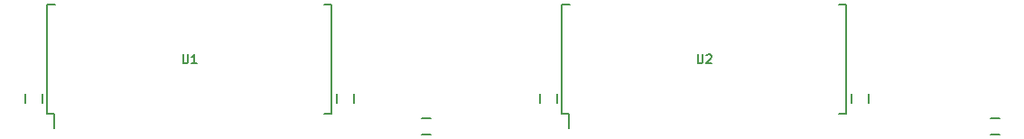
<source format=gto>
G04 #@! TF.GenerationSoftware,KiCad,Pcbnew,(5.1.10-1-10_14)*
G04 #@! TF.CreationDate,2021-06-01T05:34:22-04:00*
G04 #@! TF.ProjectId,MacVRAMSIMM,4d616356-5241-44d5-9349-4d4d2e6b6963,rev?*
G04 #@! TF.SameCoordinates,Original*
G04 #@! TF.FileFunction,Legend,Top*
G04 #@! TF.FilePolarity,Positive*
%FSLAX46Y46*%
G04 Gerber Fmt 4.6, Leading zero omitted, Abs format (unit mm)*
G04 Created by KiCad (PCBNEW (5.1.10-1-10_14)) date 2021-06-01 05:34:22*
%MOMM*%
%LPD*%
G01*
G04 APERTURE LIST*
%ADD10C,0.152400*%
%ADD11C,0.200000*%
%ADD12C,0.203200*%
%ADD13C,0.175000*%
%ADD14C,2.000000*%
%ADD15C,2.150000*%
G04 APERTURE END LIST*
D10*
X164908600Y-121818500D02*
X165721400Y-121818500D01*
X164908600Y-123418500D02*
X165721400Y-123418500D01*
X111568600Y-123418500D02*
X112381400Y-123418500D01*
X111568600Y-121818500D02*
X112381400Y-121818500D01*
D11*
X77104000Y-121477000D02*
X77104000Y-122802000D01*
X103124000Y-121412000D02*
X103124000Y-111187000D01*
X76454000Y-121477000D02*
X76454000Y-111187000D01*
X103124000Y-121477000D02*
X102379000Y-121477000D01*
X103124000Y-111187000D02*
X102379000Y-111187000D01*
X76454000Y-111187000D02*
X77199000Y-111187000D01*
X76454000Y-121477000D02*
X77104000Y-121477000D01*
X124714000Y-121477000D02*
X125364000Y-121477000D01*
X124714000Y-111187000D02*
X125459000Y-111187000D01*
X151384000Y-111187000D02*
X150639000Y-111187000D01*
X151384000Y-121477000D02*
X150639000Y-121477000D01*
X124714000Y-121477000D02*
X124714000Y-111187000D01*
X151384000Y-121412000D02*
X151384000Y-111187000D01*
X125364000Y-121477000D02*
X125364000Y-122802000D01*
D10*
X74384000Y-120421400D02*
X74384000Y-119608600D01*
X75984000Y-120421400D02*
X75984000Y-119608600D01*
X153454000Y-120421400D02*
X153454000Y-119608600D01*
X151854000Y-120421400D02*
X151854000Y-119608600D01*
X124244000Y-120421400D02*
X124244000Y-119608600D01*
X122644000Y-120421400D02*
X122644000Y-119608600D01*
X103594000Y-120421400D02*
X103594000Y-119608600D01*
X105194000Y-120421400D02*
X105194000Y-119608600D01*
D12*
X89169723Y-115886895D02*
X89169723Y-116544876D01*
X89208428Y-116622285D01*
X89247133Y-116660990D01*
X89324542Y-116699695D01*
X89479361Y-116699695D01*
X89556771Y-116660990D01*
X89595476Y-116622285D01*
X89634180Y-116544876D01*
X89634180Y-115886895D01*
X90446980Y-116699695D02*
X89982523Y-116699695D01*
X90214752Y-116699695D02*
X90214752Y-115886895D01*
X90137342Y-116003009D01*
X90059933Y-116080419D01*
X89982523Y-116119123D01*
X137429723Y-115886895D02*
X137429723Y-116544876D01*
X137468428Y-116622285D01*
X137507133Y-116660990D01*
X137584542Y-116699695D01*
X137739361Y-116699695D01*
X137816771Y-116660990D01*
X137855476Y-116622285D01*
X137894180Y-116544876D01*
X137894180Y-115886895D01*
X138242523Y-115964304D02*
X138281228Y-115925600D01*
X138358638Y-115886895D01*
X138552161Y-115886895D01*
X138629571Y-115925600D01*
X138668276Y-115964304D01*
X138706980Y-116041714D01*
X138706980Y-116119123D01*
X138668276Y-116235238D01*
X138203819Y-116699695D01*
X138706980Y-116699695D01*
%LPC*%
D13*
G36*
X163195000Y-127635000D02*
G01*
X123825000Y-127635000D01*
X123317000Y-125031500D01*
X163703000Y-125031500D01*
X163195000Y-127635000D01*
G37*
X163195000Y-127635000D02*
X123825000Y-127635000D01*
X123317000Y-125031500D01*
X163703000Y-125031500D01*
X163195000Y-127635000D01*
G36*
X117475000Y-127635000D02*
G01*
X78105000Y-127635000D01*
X77597000Y-125031500D01*
X117983000Y-125031500D01*
X117475000Y-127635000D01*
G37*
X117475000Y-127635000D02*
X78105000Y-127635000D01*
X77597000Y-125031500D01*
X117983000Y-125031500D01*
X117475000Y-127635000D01*
G36*
X163195000Y-127635000D02*
G01*
X123825000Y-127635000D01*
X123317000Y-125031500D01*
X163703000Y-125031500D01*
X163195000Y-127635000D01*
G37*
X163195000Y-127635000D02*
X123825000Y-127635000D01*
X123317000Y-125031500D01*
X163703000Y-125031500D01*
X163195000Y-127635000D01*
G36*
X117475000Y-127635000D02*
G01*
X78105000Y-127635000D01*
X77597000Y-125031500D01*
X117983000Y-125031500D01*
X117475000Y-127635000D01*
G37*
X117475000Y-127635000D02*
X78105000Y-127635000D01*
X77597000Y-125031500D01*
X117983000Y-125031500D01*
X117475000Y-127635000D01*
G36*
G01*
X163890000Y-123081000D02*
X163890000Y-122156000D01*
G75*
G02*
X164177500Y-121868500I287500J0D01*
G01*
X164752500Y-121868500D01*
G75*
G02*
X165040000Y-122156000I0J-287500D01*
G01*
X165040000Y-123081000D01*
G75*
G02*
X164752500Y-123368500I-287500J0D01*
G01*
X164177500Y-123368500D01*
G75*
G02*
X163890000Y-123081000I0J287500D01*
G01*
G37*
G36*
G01*
X165590000Y-123081000D02*
X165590000Y-122156000D01*
G75*
G02*
X165877500Y-121868500I287500J0D01*
G01*
X166452500Y-121868500D01*
G75*
G02*
X166740000Y-122156000I0J-287500D01*
G01*
X166740000Y-123081000D01*
G75*
G02*
X166452500Y-123368500I-287500J0D01*
G01*
X165877500Y-123368500D01*
G75*
G02*
X165590000Y-123081000I0J287500D01*
G01*
G37*
G36*
G01*
X112250000Y-123081000D02*
X112250000Y-122156000D01*
G75*
G02*
X112537500Y-121868500I287500J0D01*
G01*
X113112500Y-121868500D01*
G75*
G02*
X113400000Y-122156000I0J-287500D01*
G01*
X113400000Y-123081000D01*
G75*
G02*
X113112500Y-123368500I-287500J0D01*
G01*
X112537500Y-123368500D01*
G75*
G02*
X112250000Y-123081000I0J287500D01*
G01*
G37*
G36*
G01*
X110550000Y-123081000D02*
X110550000Y-122156000D01*
G75*
G02*
X110837500Y-121868500I287500J0D01*
G01*
X111412500Y-121868500D01*
G75*
G02*
X111700000Y-122156000I0J-287500D01*
G01*
X111700000Y-123081000D01*
G75*
G02*
X111412500Y-123368500I-287500J0D01*
G01*
X110837500Y-123368500D01*
G75*
G02*
X110550000Y-123081000I0J287500D01*
G01*
G37*
G36*
G01*
X93139000Y-113412000D02*
X92789000Y-113412000D01*
G75*
G02*
X92614000Y-113237000I0J175000D01*
G01*
X92614000Y-110487000D01*
G75*
G02*
X92789000Y-110312000I175000J0D01*
G01*
X93139000Y-110312000D01*
G75*
G02*
X93314000Y-110487000I0J-175000D01*
G01*
X93314000Y-113237000D01*
G75*
G02*
X93139000Y-113412000I-175000J0D01*
G01*
G37*
G36*
G01*
X94409000Y-113412000D02*
X94059000Y-113412000D01*
G75*
G02*
X93884000Y-113237000I0J175000D01*
G01*
X93884000Y-110487000D01*
G75*
G02*
X94059000Y-110312000I175000J0D01*
G01*
X94409000Y-110312000D01*
G75*
G02*
X94584000Y-110487000I0J-175000D01*
G01*
X94584000Y-113237000D01*
G75*
G02*
X94409000Y-113412000I-175000J0D01*
G01*
G37*
G36*
G01*
X94409000Y-122352000D02*
X94059000Y-122352000D01*
G75*
G02*
X93884000Y-122177000I0J175000D01*
G01*
X93884000Y-119427000D01*
G75*
G02*
X94059000Y-119252000I175000J0D01*
G01*
X94409000Y-119252000D01*
G75*
G02*
X94584000Y-119427000I0J-175000D01*
G01*
X94584000Y-122177000D01*
G75*
G02*
X94409000Y-122352000I-175000J0D01*
G01*
G37*
G36*
G01*
X86789000Y-122352000D02*
X86439000Y-122352000D01*
G75*
G02*
X86264000Y-122177000I0J175000D01*
G01*
X86264000Y-119427000D01*
G75*
G02*
X86439000Y-119252000I175000J0D01*
G01*
X86789000Y-119252000D01*
G75*
G02*
X86964000Y-119427000I0J-175000D01*
G01*
X86964000Y-122177000D01*
G75*
G02*
X86789000Y-122352000I-175000J0D01*
G01*
G37*
G36*
G01*
X84249000Y-122352000D02*
X83899000Y-122352000D01*
G75*
G02*
X83724000Y-122177000I0J175000D01*
G01*
X83724000Y-119427000D01*
G75*
G02*
X83899000Y-119252000I175000J0D01*
G01*
X84249000Y-119252000D01*
G75*
G02*
X84424000Y-119427000I0J-175000D01*
G01*
X84424000Y-122177000D01*
G75*
G02*
X84249000Y-122352000I-175000J0D01*
G01*
G37*
G36*
G01*
X102029000Y-113412000D02*
X101679000Y-113412000D01*
G75*
G02*
X101504000Y-113237000I0J175000D01*
G01*
X101504000Y-110487000D01*
G75*
G02*
X101679000Y-110312000I175000J0D01*
G01*
X102029000Y-110312000D01*
G75*
G02*
X102204000Y-110487000I0J-175000D01*
G01*
X102204000Y-113237000D01*
G75*
G02*
X102029000Y-113412000I-175000J0D01*
G01*
G37*
G36*
G01*
X77899000Y-122352000D02*
X77549000Y-122352000D01*
G75*
G02*
X77374000Y-122177000I0J175000D01*
G01*
X77374000Y-119427000D01*
G75*
G02*
X77549000Y-119252000I175000J0D01*
G01*
X77899000Y-119252000D01*
G75*
G02*
X78074000Y-119427000I0J-175000D01*
G01*
X78074000Y-122177000D01*
G75*
G02*
X77899000Y-122352000I-175000J0D01*
G01*
G37*
G36*
G01*
X79169000Y-122352000D02*
X78819000Y-122352000D01*
G75*
G02*
X78644000Y-122177000I0J175000D01*
G01*
X78644000Y-119427000D01*
G75*
G02*
X78819000Y-119252000I175000J0D01*
G01*
X79169000Y-119252000D01*
G75*
G02*
X79344000Y-119427000I0J-175000D01*
G01*
X79344000Y-122177000D01*
G75*
G02*
X79169000Y-122352000I-175000J0D01*
G01*
G37*
G36*
G01*
X80439000Y-122352000D02*
X80089000Y-122352000D01*
G75*
G02*
X79914000Y-122177000I0J175000D01*
G01*
X79914000Y-119427000D01*
G75*
G02*
X80089000Y-119252000I175000J0D01*
G01*
X80439000Y-119252000D01*
G75*
G02*
X80614000Y-119427000I0J-175000D01*
G01*
X80614000Y-122177000D01*
G75*
G02*
X80439000Y-122352000I-175000J0D01*
G01*
G37*
G36*
G01*
X81709000Y-122352000D02*
X81359000Y-122352000D01*
G75*
G02*
X81184000Y-122177000I0J175000D01*
G01*
X81184000Y-119427000D01*
G75*
G02*
X81359000Y-119252000I175000J0D01*
G01*
X81709000Y-119252000D01*
G75*
G02*
X81884000Y-119427000I0J-175000D01*
G01*
X81884000Y-122177000D01*
G75*
G02*
X81709000Y-122352000I-175000J0D01*
G01*
G37*
G36*
G01*
X82979000Y-122352000D02*
X82629000Y-122352000D01*
G75*
G02*
X82454000Y-122177000I0J175000D01*
G01*
X82454000Y-119427000D01*
G75*
G02*
X82629000Y-119252000I175000J0D01*
G01*
X82979000Y-119252000D01*
G75*
G02*
X83154000Y-119427000I0J-175000D01*
G01*
X83154000Y-122177000D01*
G75*
G02*
X82979000Y-122352000I-175000J0D01*
G01*
G37*
G36*
G01*
X88059000Y-122352000D02*
X87709000Y-122352000D01*
G75*
G02*
X87534000Y-122177000I0J175000D01*
G01*
X87534000Y-119427000D01*
G75*
G02*
X87709000Y-119252000I175000J0D01*
G01*
X88059000Y-119252000D01*
G75*
G02*
X88234000Y-119427000I0J-175000D01*
G01*
X88234000Y-122177000D01*
G75*
G02*
X88059000Y-122352000I-175000J0D01*
G01*
G37*
G36*
G01*
X89329000Y-122352000D02*
X88979000Y-122352000D01*
G75*
G02*
X88804000Y-122177000I0J175000D01*
G01*
X88804000Y-119427000D01*
G75*
G02*
X88979000Y-119252000I175000J0D01*
G01*
X89329000Y-119252000D01*
G75*
G02*
X89504000Y-119427000I0J-175000D01*
G01*
X89504000Y-122177000D01*
G75*
G02*
X89329000Y-122352000I-175000J0D01*
G01*
G37*
G36*
G01*
X90599000Y-122352000D02*
X90249000Y-122352000D01*
G75*
G02*
X90074000Y-122177000I0J175000D01*
G01*
X90074000Y-119427000D01*
G75*
G02*
X90249000Y-119252000I175000J0D01*
G01*
X90599000Y-119252000D01*
G75*
G02*
X90774000Y-119427000I0J-175000D01*
G01*
X90774000Y-122177000D01*
G75*
G02*
X90599000Y-122352000I-175000J0D01*
G01*
G37*
G36*
G01*
X91869000Y-122352000D02*
X91519000Y-122352000D01*
G75*
G02*
X91344000Y-122177000I0J175000D01*
G01*
X91344000Y-119427000D01*
G75*
G02*
X91519000Y-119252000I175000J0D01*
G01*
X91869000Y-119252000D01*
G75*
G02*
X92044000Y-119427000I0J-175000D01*
G01*
X92044000Y-122177000D01*
G75*
G02*
X91869000Y-122352000I-175000J0D01*
G01*
G37*
G36*
G01*
X93139000Y-122352000D02*
X92789000Y-122352000D01*
G75*
G02*
X92614000Y-122177000I0J175000D01*
G01*
X92614000Y-119427000D01*
G75*
G02*
X92789000Y-119252000I175000J0D01*
G01*
X93139000Y-119252000D01*
G75*
G02*
X93314000Y-119427000I0J-175000D01*
G01*
X93314000Y-122177000D01*
G75*
G02*
X93139000Y-122352000I-175000J0D01*
G01*
G37*
G36*
G01*
X100759000Y-113412000D02*
X100409000Y-113412000D01*
G75*
G02*
X100234000Y-113237000I0J175000D01*
G01*
X100234000Y-110487000D01*
G75*
G02*
X100409000Y-110312000I175000J0D01*
G01*
X100759000Y-110312000D01*
G75*
G02*
X100934000Y-110487000I0J-175000D01*
G01*
X100934000Y-113237000D01*
G75*
G02*
X100759000Y-113412000I-175000J0D01*
G01*
G37*
G36*
G01*
X99489000Y-113412000D02*
X99139000Y-113412000D01*
G75*
G02*
X98964000Y-113237000I0J175000D01*
G01*
X98964000Y-110487000D01*
G75*
G02*
X99139000Y-110312000I175000J0D01*
G01*
X99489000Y-110312000D01*
G75*
G02*
X99664000Y-110487000I0J-175000D01*
G01*
X99664000Y-113237000D01*
G75*
G02*
X99489000Y-113412000I-175000J0D01*
G01*
G37*
G36*
G01*
X98219000Y-113412000D02*
X97869000Y-113412000D01*
G75*
G02*
X97694000Y-113237000I0J175000D01*
G01*
X97694000Y-110487000D01*
G75*
G02*
X97869000Y-110312000I175000J0D01*
G01*
X98219000Y-110312000D01*
G75*
G02*
X98394000Y-110487000I0J-175000D01*
G01*
X98394000Y-113237000D01*
G75*
G02*
X98219000Y-113412000I-175000J0D01*
G01*
G37*
G36*
G01*
X96949000Y-113412000D02*
X96599000Y-113412000D01*
G75*
G02*
X96424000Y-113237000I0J175000D01*
G01*
X96424000Y-110487000D01*
G75*
G02*
X96599000Y-110312000I175000J0D01*
G01*
X96949000Y-110312000D01*
G75*
G02*
X97124000Y-110487000I0J-175000D01*
G01*
X97124000Y-113237000D01*
G75*
G02*
X96949000Y-113412000I-175000J0D01*
G01*
G37*
G36*
G01*
X95679000Y-113412000D02*
X95329000Y-113412000D01*
G75*
G02*
X95154000Y-113237000I0J175000D01*
G01*
X95154000Y-110487000D01*
G75*
G02*
X95329000Y-110312000I175000J0D01*
G01*
X95679000Y-110312000D01*
G75*
G02*
X95854000Y-110487000I0J-175000D01*
G01*
X95854000Y-113237000D01*
G75*
G02*
X95679000Y-113412000I-175000J0D01*
G01*
G37*
G36*
G01*
X85519000Y-122352000D02*
X85169000Y-122352000D01*
G75*
G02*
X84994000Y-122177000I0J175000D01*
G01*
X84994000Y-119427000D01*
G75*
G02*
X85169000Y-119252000I175000J0D01*
G01*
X85519000Y-119252000D01*
G75*
G02*
X85694000Y-119427000I0J-175000D01*
G01*
X85694000Y-122177000D01*
G75*
G02*
X85519000Y-122352000I-175000J0D01*
G01*
G37*
G36*
G01*
X95679000Y-122352000D02*
X95329000Y-122352000D01*
G75*
G02*
X95154000Y-122177000I0J175000D01*
G01*
X95154000Y-119427000D01*
G75*
G02*
X95329000Y-119252000I175000J0D01*
G01*
X95679000Y-119252000D01*
G75*
G02*
X95854000Y-119427000I0J-175000D01*
G01*
X95854000Y-122177000D01*
G75*
G02*
X95679000Y-122352000I-175000J0D01*
G01*
G37*
G36*
G01*
X96949000Y-122352000D02*
X96599000Y-122352000D01*
G75*
G02*
X96424000Y-122177000I0J175000D01*
G01*
X96424000Y-119427000D01*
G75*
G02*
X96599000Y-119252000I175000J0D01*
G01*
X96949000Y-119252000D01*
G75*
G02*
X97124000Y-119427000I0J-175000D01*
G01*
X97124000Y-122177000D01*
G75*
G02*
X96949000Y-122352000I-175000J0D01*
G01*
G37*
G36*
G01*
X98219000Y-122352000D02*
X97869000Y-122352000D01*
G75*
G02*
X97694000Y-122177000I0J175000D01*
G01*
X97694000Y-119427000D01*
G75*
G02*
X97869000Y-119252000I175000J0D01*
G01*
X98219000Y-119252000D01*
G75*
G02*
X98394000Y-119427000I0J-175000D01*
G01*
X98394000Y-122177000D01*
G75*
G02*
X98219000Y-122352000I-175000J0D01*
G01*
G37*
G36*
G01*
X99489000Y-122352000D02*
X99139000Y-122352000D01*
G75*
G02*
X98964000Y-122177000I0J175000D01*
G01*
X98964000Y-119427000D01*
G75*
G02*
X99139000Y-119252000I175000J0D01*
G01*
X99489000Y-119252000D01*
G75*
G02*
X99664000Y-119427000I0J-175000D01*
G01*
X99664000Y-122177000D01*
G75*
G02*
X99489000Y-122352000I-175000J0D01*
G01*
G37*
G36*
G01*
X100759000Y-122352000D02*
X100409000Y-122352000D01*
G75*
G02*
X100234000Y-122177000I0J175000D01*
G01*
X100234000Y-119427000D01*
G75*
G02*
X100409000Y-119252000I175000J0D01*
G01*
X100759000Y-119252000D01*
G75*
G02*
X100934000Y-119427000I0J-175000D01*
G01*
X100934000Y-122177000D01*
G75*
G02*
X100759000Y-122352000I-175000J0D01*
G01*
G37*
G36*
G01*
X102029000Y-122352000D02*
X101679000Y-122352000D01*
G75*
G02*
X101504000Y-122177000I0J175000D01*
G01*
X101504000Y-119427000D01*
G75*
G02*
X101679000Y-119252000I175000J0D01*
G01*
X102029000Y-119252000D01*
G75*
G02*
X102204000Y-119427000I0J-175000D01*
G01*
X102204000Y-122177000D01*
G75*
G02*
X102029000Y-122352000I-175000J0D01*
G01*
G37*
G36*
G01*
X82979000Y-113412000D02*
X82629000Y-113412000D01*
G75*
G02*
X82454000Y-113237000I0J175000D01*
G01*
X82454000Y-110487000D01*
G75*
G02*
X82629000Y-110312000I175000J0D01*
G01*
X82979000Y-110312000D01*
G75*
G02*
X83154000Y-110487000I0J-175000D01*
G01*
X83154000Y-113237000D01*
G75*
G02*
X82979000Y-113412000I-175000J0D01*
G01*
G37*
G36*
G01*
X84249000Y-113412000D02*
X83899000Y-113412000D01*
G75*
G02*
X83724000Y-113237000I0J175000D01*
G01*
X83724000Y-110487000D01*
G75*
G02*
X83899000Y-110312000I175000J0D01*
G01*
X84249000Y-110312000D01*
G75*
G02*
X84424000Y-110487000I0J-175000D01*
G01*
X84424000Y-113237000D01*
G75*
G02*
X84249000Y-113412000I-175000J0D01*
G01*
G37*
G36*
G01*
X91869000Y-113412000D02*
X91519000Y-113412000D01*
G75*
G02*
X91344000Y-113237000I0J175000D01*
G01*
X91344000Y-110487000D01*
G75*
G02*
X91519000Y-110312000I175000J0D01*
G01*
X91869000Y-110312000D01*
G75*
G02*
X92044000Y-110487000I0J-175000D01*
G01*
X92044000Y-113237000D01*
G75*
G02*
X91869000Y-113412000I-175000J0D01*
G01*
G37*
G36*
G01*
X90599000Y-113412000D02*
X90249000Y-113412000D01*
G75*
G02*
X90074000Y-113237000I0J175000D01*
G01*
X90074000Y-110487000D01*
G75*
G02*
X90249000Y-110312000I175000J0D01*
G01*
X90599000Y-110312000D01*
G75*
G02*
X90774000Y-110487000I0J-175000D01*
G01*
X90774000Y-113237000D01*
G75*
G02*
X90599000Y-113412000I-175000J0D01*
G01*
G37*
G36*
G01*
X89329000Y-113412000D02*
X88979000Y-113412000D01*
G75*
G02*
X88804000Y-113237000I0J175000D01*
G01*
X88804000Y-110487000D01*
G75*
G02*
X88979000Y-110312000I175000J0D01*
G01*
X89329000Y-110312000D01*
G75*
G02*
X89504000Y-110487000I0J-175000D01*
G01*
X89504000Y-113237000D01*
G75*
G02*
X89329000Y-113412000I-175000J0D01*
G01*
G37*
G36*
G01*
X88059000Y-113412000D02*
X87709000Y-113412000D01*
G75*
G02*
X87534000Y-113237000I0J175000D01*
G01*
X87534000Y-110487000D01*
G75*
G02*
X87709000Y-110312000I175000J0D01*
G01*
X88059000Y-110312000D01*
G75*
G02*
X88234000Y-110487000I0J-175000D01*
G01*
X88234000Y-113237000D01*
G75*
G02*
X88059000Y-113412000I-175000J0D01*
G01*
G37*
G36*
G01*
X86789000Y-113412000D02*
X86439000Y-113412000D01*
G75*
G02*
X86264000Y-113237000I0J175000D01*
G01*
X86264000Y-110487000D01*
G75*
G02*
X86439000Y-110312000I175000J0D01*
G01*
X86789000Y-110312000D01*
G75*
G02*
X86964000Y-110487000I0J-175000D01*
G01*
X86964000Y-113237000D01*
G75*
G02*
X86789000Y-113412000I-175000J0D01*
G01*
G37*
G36*
G01*
X85519000Y-113412000D02*
X85169000Y-113412000D01*
G75*
G02*
X84994000Y-113237000I0J175000D01*
G01*
X84994000Y-110487000D01*
G75*
G02*
X85169000Y-110312000I175000J0D01*
G01*
X85519000Y-110312000D01*
G75*
G02*
X85694000Y-110487000I0J-175000D01*
G01*
X85694000Y-113237000D01*
G75*
G02*
X85519000Y-113412000I-175000J0D01*
G01*
G37*
G36*
G01*
X81709000Y-113412000D02*
X81359000Y-113412000D01*
G75*
G02*
X81184000Y-113237000I0J175000D01*
G01*
X81184000Y-110487000D01*
G75*
G02*
X81359000Y-110312000I175000J0D01*
G01*
X81709000Y-110312000D01*
G75*
G02*
X81884000Y-110487000I0J-175000D01*
G01*
X81884000Y-113237000D01*
G75*
G02*
X81709000Y-113412000I-175000J0D01*
G01*
G37*
G36*
G01*
X80439000Y-113412000D02*
X80089000Y-113412000D01*
G75*
G02*
X79914000Y-113237000I0J175000D01*
G01*
X79914000Y-110487000D01*
G75*
G02*
X80089000Y-110312000I175000J0D01*
G01*
X80439000Y-110312000D01*
G75*
G02*
X80614000Y-110487000I0J-175000D01*
G01*
X80614000Y-113237000D01*
G75*
G02*
X80439000Y-113412000I-175000J0D01*
G01*
G37*
G36*
G01*
X77899000Y-113412000D02*
X77549000Y-113412000D01*
G75*
G02*
X77374000Y-113237000I0J175000D01*
G01*
X77374000Y-110487000D01*
G75*
G02*
X77549000Y-110312000I175000J0D01*
G01*
X77899000Y-110312000D01*
G75*
G02*
X78074000Y-110487000I0J-175000D01*
G01*
X78074000Y-113237000D01*
G75*
G02*
X77899000Y-113412000I-175000J0D01*
G01*
G37*
G36*
G01*
X79169000Y-113412000D02*
X78819000Y-113412000D01*
G75*
G02*
X78644000Y-113237000I0J175000D01*
G01*
X78644000Y-110487000D01*
G75*
G02*
X78819000Y-110312000I175000J0D01*
G01*
X79169000Y-110312000D01*
G75*
G02*
X79344000Y-110487000I0J-175000D01*
G01*
X79344000Y-113237000D01*
G75*
G02*
X79169000Y-113412000I-175000J0D01*
G01*
G37*
G36*
G01*
X74969300Y-127233440D02*
X74969300Y-124988560D01*
G75*
G02*
X75445860Y-124512000I476560J0D01*
G01*
X75684140Y-124512000D01*
G75*
G02*
X76160700Y-124988560I0J-476560D01*
G01*
X76160700Y-127233440D01*
G75*
G02*
X75684140Y-127710000I-476560J0D01*
G01*
X75445860Y-127710000D01*
G75*
G02*
X74969300Y-127233440I0J476560D01*
G01*
G37*
G36*
G01*
X76239300Y-127233440D02*
X76239300Y-124988560D01*
G75*
G02*
X76715860Y-124512000I476560J0D01*
G01*
X76954140Y-124512000D01*
G75*
G02*
X77430700Y-124988560I0J-476560D01*
G01*
X77430700Y-127233440D01*
G75*
G02*
X76954140Y-127710000I-476560J0D01*
G01*
X76715860Y-127710000D01*
G75*
G02*
X76239300Y-127233440I0J476560D01*
G01*
G37*
G36*
G01*
X77509300Y-127233440D02*
X77509300Y-124988560D01*
G75*
G02*
X77985860Y-124512000I476560J0D01*
G01*
X78224140Y-124512000D01*
G75*
G02*
X78700700Y-124988560I0J-476560D01*
G01*
X78700700Y-127233440D01*
G75*
G02*
X78224140Y-127710000I-476560J0D01*
G01*
X77985860Y-127710000D01*
G75*
G02*
X77509300Y-127233440I0J476560D01*
G01*
G37*
G36*
G01*
X78779300Y-127233440D02*
X78779300Y-124988560D01*
G75*
G02*
X79255860Y-124512000I476560J0D01*
G01*
X79494140Y-124512000D01*
G75*
G02*
X79970700Y-124988560I0J-476560D01*
G01*
X79970700Y-127233440D01*
G75*
G02*
X79494140Y-127710000I-476560J0D01*
G01*
X79255860Y-127710000D01*
G75*
G02*
X78779300Y-127233440I0J476560D01*
G01*
G37*
G36*
G01*
X80049300Y-127233440D02*
X80049300Y-124988560D01*
G75*
G02*
X80525860Y-124512000I476560J0D01*
G01*
X80764140Y-124512000D01*
G75*
G02*
X81240700Y-124988560I0J-476560D01*
G01*
X81240700Y-127233440D01*
G75*
G02*
X80764140Y-127710000I-476560J0D01*
G01*
X80525860Y-127710000D01*
G75*
G02*
X80049300Y-127233440I0J476560D01*
G01*
G37*
G36*
G01*
X81319300Y-127233440D02*
X81319300Y-124988560D01*
G75*
G02*
X81795860Y-124512000I476560J0D01*
G01*
X82034140Y-124512000D01*
G75*
G02*
X82510700Y-124988560I0J-476560D01*
G01*
X82510700Y-127233440D01*
G75*
G02*
X82034140Y-127710000I-476560J0D01*
G01*
X81795860Y-127710000D01*
G75*
G02*
X81319300Y-127233440I0J476560D01*
G01*
G37*
G36*
G01*
X82589300Y-127233440D02*
X82589300Y-124988560D01*
G75*
G02*
X83065860Y-124512000I476560J0D01*
G01*
X83304140Y-124512000D01*
G75*
G02*
X83780700Y-124988560I0J-476560D01*
G01*
X83780700Y-127233440D01*
G75*
G02*
X83304140Y-127710000I-476560J0D01*
G01*
X83065860Y-127710000D01*
G75*
G02*
X82589300Y-127233440I0J476560D01*
G01*
G37*
G36*
G01*
X83859300Y-127233440D02*
X83859300Y-124988560D01*
G75*
G02*
X84335860Y-124512000I476560J0D01*
G01*
X84574140Y-124512000D01*
G75*
G02*
X85050700Y-124988560I0J-476560D01*
G01*
X85050700Y-127233440D01*
G75*
G02*
X84574140Y-127710000I-476560J0D01*
G01*
X84335860Y-127710000D01*
G75*
G02*
X83859300Y-127233440I0J476560D01*
G01*
G37*
G36*
G01*
X85129300Y-127233440D02*
X85129300Y-124988560D01*
G75*
G02*
X85605860Y-124512000I476560J0D01*
G01*
X85844140Y-124512000D01*
G75*
G02*
X86320700Y-124988560I0J-476560D01*
G01*
X86320700Y-127233440D01*
G75*
G02*
X85844140Y-127710000I-476560J0D01*
G01*
X85605860Y-127710000D01*
G75*
G02*
X85129300Y-127233440I0J476560D01*
G01*
G37*
G36*
G01*
X86399300Y-127233440D02*
X86399300Y-124988560D01*
G75*
G02*
X86875860Y-124512000I476560J0D01*
G01*
X87114140Y-124512000D01*
G75*
G02*
X87590700Y-124988560I0J-476560D01*
G01*
X87590700Y-127233440D01*
G75*
G02*
X87114140Y-127710000I-476560J0D01*
G01*
X86875860Y-127710000D01*
G75*
G02*
X86399300Y-127233440I0J476560D01*
G01*
G37*
G36*
G01*
X87669300Y-127233440D02*
X87669300Y-124988560D01*
G75*
G02*
X88145860Y-124512000I476560J0D01*
G01*
X88384140Y-124512000D01*
G75*
G02*
X88860700Y-124988560I0J-476560D01*
G01*
X88860700Y-127233440D01*
G75*
G02*
X88384140Y-127710000I-476560J0D01*
G01*
X88145860Y-127710000D01*
G75*
G02*
X87669300Y-127233440I0J476560D01*
G01*
G37*
G36*
G01*
X88939300Y-127233440D02*
X88939300Y-124988560D01*
G75*
G02*
X89415860Y-124512000I476560J0D01*
G01*
X89654140Y-124512000D01*
G75*
G02*
X90130700Y-124988560I0J-476560D01*
G01*
X90130700Y-127233440D01*
G75*
G02*
X89654140Y-127710000I-476560J0D01*
G01*
X89415860Y-127710000D01*
G75*
G02*
X88939300Y-127233440I0J476560D01*
G01*
G37*
G36*
G01*
X90209300Y-127233440D02*
X90209300Y-124988560D01*
G75*
G02*
X90685860Y-124512000I476560J0D01*
G01*
X90924140Y-124512000D01*
G75*
G02*
X91400700Y-124988560I0J-476560D01*
G01*
X91400700Y-127233440D01*
G75*
G02*
X90924140Y-127710000I-476560J0D01*
G01*
X90685860Y-127710000D01*
G75*
G02*
X90209300Y-127233440I0J476560D01*
G01*
G37*
G36*
G01*
X91479300Y-127233440D02*
X91479300Y-124988560D01*
G75*
G02*
X91955860Y-124512000I476560J0D01*
G01*
X92194140Y-124512000D01*
G75*
G02*
X92670700Y-124988560I0J-476560D01*
G01*
X92670700Y-127233440D01*
G75*
G02*
X92194140Y-127710000I-476560J0D01*
G01*
X91955860Y-127710000D01*
G75*
G02*
X91479300Y-127233440I0J476560D01*
G01*
G37*
G36*
G01*
X92749300Y-127233440D02*
X92749300Y-124988560D01*
G75*
G02*
X93225860Y-124512000I476560J0D01*
G01*
X93464140Y-124512000D01*
G75*
G02*
X93940700Y-124988560I0J-476560D01*
G01*
X93940700Y-127233440D01*
G75*
G02*
X93464140Y-127710000I-476560J0D01*
G01*
X93225860Y-127710000D01*
G75*
G02*
X92749300Y-127233440I0J476560D01*
G01*
G37*
G36*
G01*
X94019300Y-127233440D02*
X94019300Y-124988560D01*
G75*
G02*
X94495860Y-124512000I476560J0D01*
G01*
X94734140Y-124512000D01*
G75*
G02*
X95210700Y-124988560I0J-476560D01*
G01*
X95210700Y-127233440D01*
G75*
G02*
X94734140Y-127710000I-476560J0D01*
G01*
X94495860Y-127710000D01*
G75*
G02*
X94019300Y-127233440I0J476560D01*
G01*
G37*
G36*
G01*
X95289300Y-127233440D02*
X95289300Y-124988560D01*
G75*
G02*
X95765860Y-124512000I476560J0D01*
G01*
X96004140Y-124512000D01*
G75*
G02*
X96480700Y-124988560I0J-476560D01*
G01*
X96480700Y-127233440D01*
G75*
G02*
X96004140Y-127710000I-476560J0D01*
G01*
X95765860Y-127710000D01*
G75*
G02*
X95289300Y-127233440I0J476560D01*
G01*
G37*
G36*
G01*
X96559300Y-127233440D02*
X96559300Y-124988560D01*
G75*
G02*
X97035860Y-124512000I476560J0D01*
G01*
X97274140Y-124512000D01*
G75*
G02*
X97750700Y-124988560I0J-476560D01*
G01*
X97750700Y-127233440D01*
G75*
G02*
X97274140Y-127710000I-476560J0D01*
G01*
X97035860Y-127710000D01*
G75*
G02*
X96559300Y-127233440I0J476560D01*
G01*
G37*
G36*
G01*
X97829300Y-127233440D02*
X97829300Y-124988560D01*
G75*
G02*
X98305860Y-124512000I476560J0D01*
G01*
X98544140Y-124512000D01*
G75*
G02*
X99020700Y-124988560I0J-476560D01*
G01*
X99020700Y-127233440D01*
G75*
G02*
X98544140Y-127710000I-476560J0D01*
G01*
X98305860Y-127710000D01*
G75*
G02*
X97829300Y-127233440I0J476560D01*
G01*
G37*
G36*
G01*
X99099300Y-127233440D02*
X99099300Y-124988560D01*
G75*
G02*
X99575860Y-124512000I476560J0D01*
G01*
X99814140Y-124512000D01*
G75*
G02*
X100290700Y-124988560I0J-476560D01*
G01*
X100290700Y-127233440D01*
G75*
G02*
X99814140Y-127710000I-476560J0D01*
G01*
X99575860Y-127710000D01*
G75*
G02*
X99099300Y-127233440I0J476560D01*
G01*
G37*
G36*
G01*
X100369300Y-127233440D02*
X100369300Y-124988560D01*
G75*
G02*
X100845860Y-124512000I476560J0D01*
G01*
X101084140Y-124512000D01*
G75*
G02*
X101560700Y-124988560I0J-476560D01*
G01*
X101560700Y-127233440D01*
G75*
G02*
X101084140Y-127710000I-476560J0D01*
G01*
X100845860Y-127710000D01*
G75*
G02*
X100369300Y-127233440I0J476560D01*
G01*
G37*
G36*
G01*
X101639300Y-127233440D02*
X101639300Y-124988560D01*
G75*
G02*
X102115860Y-124512000I476560J0D01*
G01*
X102354140Y-124512000D01*
G75*
G02*
X102830700Y-124988560I0J-476560D01*
G01*
X102830700Y-127233440D01*
G75*
G02*
X102354140Y-127710000I-476560J0D01*
G01*
X102115860Y-127710000D01*
G75*
G02*
X101639300Y-127233440I0J476560D01*
G01*
G37*
G36*
G01*
X102909300Y-127233440D02*
X102909300Y-124988560D01*
G75*
G02*
X103385860Y-124512000I476560J0D01*
G01*
X103624140Y-124512000D01*
G75*
G02*
X104100700Y-124988560I0J-476560D01*
G01*
X104100700Y-127233440D01*
G75*
G02*
X103624140Y-127710000I-476560J0D01*
G01*
X103385860Y-127710000D01*
G75*
G02*
X102909300Y-127233440I0J476560D01*
G01*
G37*
G36*
G01*
X104179300Y-127233440D02*
X104179300Y-124988560D01*
G75*
G02*
X104655860Y-124512000I476560J0D01*
G01*
X104894140Y-124512000D01*
G75*
G02*
X105370700Y-124988560I0J-476560D01*
G01*
X105370700Y-127233440D01*
G75*
G02*
X104894140Y-127710000I-476560J0D01*
G01*
X104655860Y-127710000D01*
G75*
G02*
X104179300Y-127233440I0J476560D01*
G01*
G37*
G36*
G01*
X105449300Y-127233440D02*
X105449300Y-124988560D01*
G75*
G02*
X105925860Y-124512000I476560J0D01*
G01*
X106164140Y-124512000D01*
G75*
G02*
X106640700Y-124988560I0J-476560D01*
G01*
X106640700Y-127233440D01*
G75*
G02*
X106164140Y-127710000I-476560J0D01*
G01*
X105925860Y-127710000D01*
G75*
G02*
X105449300Y-127233440I0J476560D01*
G01*
G37*
G36*
G01*
X106719300Y-127233440D02*
X106719300Y-124988560D01*
G75*
G02*
X107195860Y-124512000I476560J0D01*
G01*
X107434140Y-124512000D01*
G75*
G02*
X107910700Y-124988560I0J-476560D01*
G01*
X107910700Y-127233440D01*
G75*
G02*
X107434140Y-127710000I-476560J0D01*
G01*
X107195860Y-127710000D01*
G75*
G02*
X106719300Y-127233440I0J476560D01*
G01*
G37*
G36*
G01*
X107989300Y-127233440D02*
X107989300Y-124988560D01*
G75*
G02*
X108465860Y-124512000I476560J0D01*
G01*
X108704140Y-124512000D01*
G75*
G02*
X109180700Y-124988560I0J-476560D01*
G01*
X109180700Y-127233440D01*
G75*
G02*
X108704140Y-127710000I-476560J0D01*
G01*
X108465860Y-127710000D01*
G75*
G02*
X107989300Y-127233440I0J476560D01*
G01*
G37*
G36*
G01*
X109259300Y-127233440D02*
X109259300Y-124988560D01*
G75*
G02*
X109735860Y-124512000I476560J0D01*
G01*
X109974140Y-124512000D01*
G75*
G02*
X110450700Y-124988560I0J-476560D01*
G01*
X110450700Y-127233440D01*
G75*
G02*
X109974140Y-127710000I-476560J0D01*
G01*
X109735860Y-127710000D01*
G75*
G02*
X109259300Y-127233440I0J476560D01*
G01*
G37*
G36*
G01*
X110529300Y-127233440D02*
X110529300Y-124988560D01*
G75*
G02*
X111005860Y-124512000I476560J0D01*
G01*
X111244140Y-124512000D01*
G75*
G02*
X111720700Y-124988560I0J-476560D01*
G01*
X111720700Y-127233440D01*
G75*
G02*
X111244140Y-127710000I-476560J0D01*
G01*
X111005860Y-127710000D01*
G75*
G02*
X110529300Y-127233440I0J476560D01*
G01*
G37*
G36*
G01*
X111799300Y-127233440D02*
X111799300Y-124988560D01*
G75*
G02*
X112275860Y-124512000I476560J0D01*
G01*
X112514140Y-124512000D01*
G75*
G02*
X112990700Y-124988560I0J-476560D01*
G01*
X112990700Y-127233440D01*
G75*
G02*
X112514140Y-127710000I-476560J0D01*
G01*
X112275860Y-127710000D01*
G75*
G02*
X111799300Y-127233440I0J476560D01*
G01*
G37*
G36*
G01*
X113069300Y-127233440D02*
X113069300Y-124988560D01*
G75*
G02*
X113545860Y-124512000I476560J0D01*
G01*
X113784140Y-124512000D01*
G75*
G02*
X114260700Y-124988560I0J-476560D01*
G01*
X114260700Y-127233440D01*
G75*
G02*
X113784140Y-127710000I-476560J0D01*
G01*
X113545860Y-127710000D01*
G75*
G02*
X113069300Y-127233440I0J476560D01*
G01*
G37*
G36*
G01*
X114339300Y-127233440D02*
X114339300Y-124988560D01*
G75*
G02*
X114815860Y-124512000I476560J0D01*
G01*
X115054140Y-124512000D01*
G75*
G02*
X115530700Y-124988560I0J-476560D01*
G01*
X115530700Y-127233440D01*
G75*
G02*
X115054140Y-127710000I-476560J0D01*
G01*
X114815860Y-127710000D01*
G75*
G02*
X114339300Y-127233440I0J476560D01*
G01*
G37*
G36*
G01*
X115609300Y-127233440D02*
X115609300Y-124988560D01*
G75*
G02*
X116085860Y-124512000I476560J0D01*
G01*
X116324140Y-124512000D01*
G75*
G02*
X116800700Y-124988560I0J-476560D01*
G01*
X116800700Y-127233440D01*
G75*
G02*
X116324140Y-127710000I-476560J0D01*
G01*
X116085860Y-127710000D01*
G75*
G02*
X115609300Y-127233440I0J476560D01*
G01*
G37*
G36*
G01*
X116879300Y-127233440D02*
X116879300Y-124988560D01*
G75*
G02*
X117355860Y-124512000I476560J0D01*
G01*
X117594140Y-124512000D01*
G75*
G02*
X118070700Y-124988560I0J-476560D01*
G01*
X118070700Y-127233440D01*
G75*
G02*
X117594140Y-127710000I-476560J0D01*
G01*
X117355860Y-127710000D01*
G75*
G02*
X116879300Y-127233440I0J476560D01*
G01*
G37*
G36*
G01*
X123229300Y-127233440D02*
X123229300Y-124988560D01*
G75*
G02*
X123705860Y-124512000I476560J0D01*
G01*
X123944140Y-124512000D01*
G75*
G02*
X124420700Y-124988560I0J-476560D01*
G01*
X124420700Y-127233440D01*
G75*
G02*
X123944140Y-127710000I-476560J0D01*
G01*
X123705860Y-127710000D01*
G75*
G02*
X123229300Y-127233440I0J476560D01*
G01*
G37*
G36*
G01*
X124499300Y-127233440D02*
X124499300Y-124988560D01*
G75*
G02*
X124975860Y-124512000I476560J0D01*
G01*
X125214140Y-124512000D01*
G75*
G02*
X125690700Y-124988560I0J-476560D01*
G01*
X125690700Y-127233440D01*
G75*
G02*
X125214140Y-127710000I-476560J0D01*
G01*
X124975860Y-127710000D01*
G75*
G02*
X124499300Y-127233440I0J476560D01*
G01*
G37*
G36*
G01*
X125769300Y-127233440D02*
X125769300Y-124988560D01*
G75*
G02*
X126245860Y-124512000I476560J0D01*
G01*
X126484140Y-124512000D01*
G75*
G02*
X126960700Y-124988560I0J-476560D01*
G01*
X126960700Y-127233440D01*
G75*
G02*
X126484140Y-127710000I-476560J0D01*
G01*
X126245860Y-127710000D01*
G75*
G02*
X125769300Y-127233440I0J476560D01*
G01*
G37*
G36*
G01*
X127039300Y-127233440D02*
X127039300Y-124988560D01*
G75*
G02*
X127515860Y-124512000I476560J0D01*
G01*
X127754140Y-124512000D01*
G75*
G02*
X128230700Y-124988560I0J-476560D01*
G01*
X128230700Y-127233440D01*
G75*
G02*
X127754140Y-127710000I-476560J0D01*
G01*
X127515860Y-127710000D01*
G75*
G02*
X127039300Y-127233440I0J476560D01*
G01*
G37*
G36*
G01*
X128309300Y-127233440D02*
X128309300Y-124988560D01*
G75*
G02*
X128785860Y-124512000I476560J0D01*
G01*
X129024140Y-124512000D01*
G75*
G02*
X129500700Y-124988560I0J-476560D01*
G01*
X129500700Y-127233440D01*
G75*
G02*
X129024140Y-127710000I-476560J0D01*
G01*
X128785860Y-127710000D01*
G75*
G02*
X128309300Y-127233440I0J476560D01*
G01*
G37*
G36*
G01*
X129579300Y-127233440D02*
X129579300Y-124988560D01*
G75*
G02*
X130055860Y-124512000I476560J0D01*
G01*
X130294140Y-124512000D01*
G75*
G02*
X130770700Y-124988560I0J-476560D01*
G01*
X130770700Y-127233440D01*
G75*
G02*
X130294140Y-127710000I-476560J0D01*
G01*
X130055860Y-127710000D01*
G75*
G02*
X129579300Y-127233440I0J476560D01*
G01*
G37*
G36*
G01*
X130849300Y-127233440D02*
X130849300Y-124988560D01*
G75*
G02*
X131325860Y-124512000I476560J0D01*
G01*
X131564140Y-124512000D01*
G75*
G02*
X132040700Y-124988560I0J-476560D01*
G01*
X132040700Y-127233440D01*
G75*
G02*
X131564140Y-127710000I-476560J0D01*
G01*
X131325860Y-127710000D01*
G75*
G02*
X130849300Y-127233440I0J476560D01*
G01*
G37*
G36*
G01*
X132119300Y-127233440D02*
X132119300Y-124988560D01*
G75*
G02*
X132595860Y-124512000I476560J0D01*
G01*
X132834140Y-124512000D01*
G75*
G02*
X133310700Y-124988560I0J-476560D01*
G01*
X133310700Y-127233440D01*
G75*
G02*
X132834140Y-127710000I-476560J0D01*
G01*
X132595860Y-127710000D01*
G75*
G02*
X132119300Y-127233440I0J476560D01*
G01*
G37*
G36*
G01*
X133389300Y-127233440D02*
X133389300Y-124988560D01*
G75*
G02*
X133865860Y-124512000I476560J0D01*
G01*
X134104140Y-124512000D01*
G75*
G02*
X134580700Y-124988560I0J-476560D01*
G01*
X134580700Y-127233440D01*
G75*
G02*
X134104140Y-127710000I-476560J0D01*
G01*
X133865860Y-127710000D01*
G75*
G02*
X133389300Y-127233440I0J476560D01*
G01*
G37*
G36*
G01*
X134659300Y-127233440D02*
X134659300Y-124988560D01*
G75*
G02*
X135135860Y-124512000I476560J0D01*
G01*
X135374140Y-124512000D01*
G75*
G02*
X135850700Y-124988560I0J-476560D01*
G01*
X135850700Y-127233440D01*
G75*
G02*
X135374140Y-127710000I-476560J0D01*
G01*
X135135860Y-127710000D01*
G75*
G02*
X134659300Y-127233440I0J476560D01*
G01*
G37*
G36*
G01*
X135929300Y-127233440D02*
X135929300Y-124988560D01*
G75*
G02*
X136405860Y-124512000I476560J0D01*
G01*
X136644140Y-124512000D01*
G75*
G02*
X137120700Y-124988560I0J-476560D01*
G01*
X137120700Y-127233440D01*
G75*
G02*
X136644140Y-127710000I-476560J0D01*
G01*
X136405860Y-127710000D01*
G75*
G02*
X135929300Y-127233440I0J476560D01*
G01*
G37*
G36*
G01*
X137199300Y-127233440D02*
X137199300Y-124988560D01*
G75*
G02*
X137675860Y-124512000I476560J0D01*
G01*
X137914140Y-124512000D01*
G75*
G02*
X138390700Y-124988560I0J-476560D01*
G01*
X138390700Y-127233440D01*
G75*
G02*
X137914140Y-127710000I-476560J0D01*
G01*
X137675860Y-127710000D01*
G75*
G02*
X137199300Y-127233440I0J476560D01*
G01*
G37*
G36*
G01*
X138469300Y-127233440D02*
X138469300Y-124988560D01*
G75*
G02*
X138945860Y-124512000I476560J0D01*
G01*
X139184140Y-124512000D01*
G75*
G02*
X139660700Y-124988560I0J-476560D01*
G01*
X139660700Y-127233440D01*
G75*
G02*
X139184140Y-127710000I-476560J0D01*
G01*
X138945860Y-127710000D01*
G75*
G02*
X138469300Y-127233440I0J476560D01*
G01*
G37*
G36*
G01*
X139739300Y-127233440D02*
X139739300Y-124988560D01*
G75*
G02*
X140215860Y-124512000I476560J0D01*
G01*
X140454140Y-124512000D01*
G75*
G02*
X140930700Y-124988560I0J-476560D01*
G01*
X140930700Y-127233440D01*
G75*
G02*
X140454140Y-127710000I-476560J0D01*
G01*
X140215860Y-127710000D01*
G75*
G02*
X139739300Y-127233440I0J476560D01*
G01*
G37*
G36*
G01*
X141009300Y-127233440D02*
X141009300Y-124988560D01*
G75*
G02*
X141485860Y-124512000I476560J0D01*
G01*
X141724140Y-124512000D01*
G75*
G02*
X142200700Y-124988560I0J-476560D01*
G01*
X142200700Y-127233440D01*
G75*
G02*
X141724140Y-127710000I-476560J0D01*
G01*
X141485860Y-127710000D01*
G75*
G02*
X141009300Y-127233440I0J476560D01*
G01*
G37*
G36*
G01*
X142279300Y-127233440D02*
X142279300Y-124988560D01*
G75*
G02*
X142755860Y-124512000I476560J0D01*
G01*
X142994140Y-124512000D01*
G75*
G02*
X143470700Y-124988560I0J-476560D01*
G01*
X143470700Y-127233440D01*
G75*
G02*
X142994140Y-127710000I-476560J0D01*
G01*
X142755860Y-127710000D01*
G75*
G02*
X142279300Y-127233440I0J476560D01*
G01*
G37*
G36*
G01*
X143549300Y-127233440D02*
X143549300Y-124988560D01*
G75*
G02*
X144025860Y-124512000I476560J0D01*
G01*
X144264140Y-124512000D01*
G75*
G02*
X144740700Y-124988560I0J-476560D01*
G01*
X144740700Y-127233440D01*
G75*
G02*
X144264140Y-127710000I-476560J0D01*
G01*
X144025860Y-127710000D01*
G75*
G02*
X143549300Y-127233440I0J476560D01*
G01*
G37*
G36*
G01*
X144819300Y-127233440D02*
X144819300Y-124988560D01*
G75*
G02*
X145295860Y-124512000I476560J0D01*
G01*
X145534140Y-124512000D01*
G75*
G02*
X146010700Y-124988560I0J-476560D01*
G01*
X146010700Y-127233440D01*
G75*
G02*
X145534140Y-127710000I-476560J0D01*
G01*
X145295860Y-127710000D01*
G75*
G02*
X144819300Y-127233440I0J476560D01*
G01*
G37*
G36*
G01*
X146089300Y-127233440D02*
X146089300Y-124988560D01*
G75*
G02*
X146565860Y-124512000I476560J0D01*
G01*
X146804140Y-124512000D01*
G75*
G02*
X147280700Y-124988560I0J-476560D01*
G01*
X147280700Y-127233440D01*
G75*
G02*
X146804140Y-127710000I-476560J0D01*
G01*
X146565860Y-127710000D01*
G75*
G02*
X146089300Y-127233440I0J476560D01*
G01*
G37*
G36*
G01*
X147359300Y-127233440D02*
X147359300Y-124988560D01*
G75*
G02*
X147835860Y-124512000I476560J0D01*
G01*
X148074140Y-124512000D01*
G75*
G02*
X148550700Y-124988560I0J-476560D01*
G01*
X148550700Y-127233440D01*
G75*
G02*
X148074140Y-127710000I-476560J0D01*
G01*
X147835860Y-127710000D01*
G75*
G02*
X147359300Y-127233440I0J476560D01*
G01*
G37*
G36*
G01*
X148629300Y-127233440D02*
X148629300Y-124988560D01*
G75*
G02*
X149105860Y-124512000I476560J0D01*
G01*
X149344140Y-124512000D01*
G75*
G02*
X149820700Y-124988560I0J-476560D01*
G01*
X149820700Y-127233440D01*
G75*
G02*
X149344140Y-127710000I-476560J0D01*
G01*
X149105860Y-127710000D01*
G75*
G02*
X148629300Y-127233440I0J476560D01*
G01*
G37*
G36*
G01*
X149899300Y-127233440D02*
X149899300Y-124988560D01*
G75*
G02*
X150375860Y-124512000I476560J0D01*
G01*
X150614140Y-124512000D01*
G75*
G02*
X151090700Y-124988560I0J-476560D01*
G01*
X151090700Y-127233440D01*
G75*
G02*
X150614140Y-127710000I-476560J0D01*
G01*
X150375860Y-127710000D01*
G75*
G02*
X149899300Y-127233440I0J476560D01*
G01*
G37*
G36*
G01*
X151169300Y-127233440D02*
X151169300Y-124988560D01*
G75*
G02*
X151645860Y-124512000I476560J0D01*
G01*
X151884140Y-124512000D01*
G75*
G02*
X152360700Y-124988560I0J-476560D01*
G01*
X152360700Y-127233440D01*
G75*
G02*
X151884140Y-127710000I-476560J0D01*
G01*
X151645860Y-127710000D01*
G75*
G02*
X151169300Y-127233440I0J476560D01*
G01*
G37*
G36*
G01*
X152439300Y-127233440D02*
X152439300Y-124988560D01*
G75*
G02*
X152915860Y-124512000I476560J0D01*
G01*
X153154140Y-124512000D01*
G75*
G02*
X153630700Y-124988560I0J-476560D01*
G01*
X153630700Y-127233440D01*
G75*
G02*
X153154140Y-127710000I-476560J0D01*
G01*
X152915860Y-127710000D01*
G75*
G02*
X152439300Y-127233440I0J476560D01*
G01*
G37*
G36*
G01*
X153709300Y-127233440D02*
X153709300Y-124988560D01*
G75*
G02*
X154185860Y-124512000I476560J0D01*
G01*
X154424140Y-124512000D01*
G75*
G02*
X154900700Y-124988560I0J-476560D01*
G01*
X154900700Y-127233440D01*
G75*
G02*
X154424140Y-127710000I-476560J0D01*
G01*
X154185860Y-127710000D01*
G75*
G02*
X153709300Y-127233440I0J476560D01*
G01*
G37*
G36*
G01*
X154979300Y-127233440D02*
X154979300Y-124988560D01*
G75*
G02*
X155455860Y-124512000I476560J0D01*
G01*
X155694140Y-124512000D01*
G75*
G02*
X156170700Y-124988560I0J-476560D01*
G01*
X156170700Y-127233440D01*
G75*
G02*
X155694140Y-127710000I-476560J0D01*
G01*
X155455860Y-127710000D01*
G75*
G02*
X154979300Y-127233440I0J476560D01*
G01*
G37*
G36*
G01*
X156249300Y-127233440D02*
X156249300Y-124988560D01*
G75*
G02*
X156725860Y-124512000I476560J0D01*
G01*
X156964140Y-124512000D01*
G75*
G02*
X157440700Y-124988560I0J-476560D01*
G01*
X157440700Y-127233440D01*
G75*
G02*
X156964140Y-127710000I-476560J0D01*
G01*
X156725860Y-127710000D01*
G75*
G02*
X156249300Y-127233440I0J476560D01*
G01*
G37*
G36*
G01*
X157519300Y-127233440D02*
X157519300Y-124988560D01*
G75*
G02*
X157995860Y-124512000I476560J0D01*
G01*
X158234140Y-124512000D01*
G75*
G02*
X158710700Y-124988560I0J-476560D01*
G01*
X158710700Y-127233440D01*
G75*
G02*
X158234140Y-127710000I-476560J0D01*
G01*
X157995860Y-127710000D01*
G75*
G02*
X157519300Y-127233440I0J476560D01*
G01*
G37*
G36*
G01*
X158789300Y-127233440D02*
X158789300Y-124988560D01*
G75*
G02*
X159265860Y-124512000I476560J0D01*
G01*
X159504140Y-124512000D01*
G75*
G02*
X159980700Y-124988560I0J-476560D01*
G01*
X159980700Y-127233440D01*
G75*
G02*
X159504140Y-127710000I-476560J0D01*
G01*
X159265860Y-127710000D01*
G75*
G02*
X158789300Y-127233440I0J476560D01*
G01*
G37*
G36*
G01*
X160059300Y-127233440D02*
X160059300Y-124988560D01*
G75*
G02*
X160535860Y-124512000I476560J0D01*
G01*
X160774140Y-124512000D01*
G75*
G02*
X161250700Y-124988560I0J-476560D01*
G01*
X161250700Y-127233440D01*
G75*
G02*
X160774140Y-127710000I-476560J0D01*
G01*
X160535860Y-127710000D01*
G75*
G02*
X160059300Y-127233440I0J476560D01*
G01*
G37*
G36*
G01*
X161329300Y-127233440D02*
X161329300Y-124988560D01*
G75*
G02*
X161805860Y-124512000I476560J0D01*
G01*
X162044140Y-124512000D01*
G75*
G02*
X162520700Y-124988560I0J-476560D01*
G01*
X162520700Y-127233440D01*
G75*
G02*
X162044140Y-127710000I-476560J0D01*
G01*
X161805860Y-127710000D01*
G75*
G02*
X161329300Y-127233440I0J476560D01*
G01*
G37*
G36*
G01*
X162599300Y-127233440D02*
X162599300Y-124988560D01*
G75*
G02*
X163075860Y-124512000I476560J0D01*
G01*
X163314140Y-124512000D01*
G75*
G02*
X163790700Y-124988560I0J-476560D01*
G01*
X163790700Y-127233440D01*
G75*
G02*
X163314140Y-127710000I-476560J0D01*
G01*
X163075860Y-127710000D01*
G75*
G02*
X162599300Y-127233440I0J476560D01*
G01*
G37*
G36*
G01*
X163869300Y-127233440D02*
X163869300Y-124988560D01*
G75*
G02*
X164345860Y-124512000I476560J0D01*
G01*
X164584140Y-124512000D01*
G75*
G02*
X165060700Y-124988560I0J-476560D01*
G01*
X165060700Y-127233440D01*
G75*
G02*
X164584140Y-127710000I-476560J0D01*
G01*
X164345860Y-127710000D01*
G75*
G02*
X163869300Y-127233440I0J476560D01*
G01*
G37*
G36*
G01*
X165139300Y-127233440D02*
X165139300Y-124988560D01*
G75*
G02*
X165615860Y-124512000I476560J0D01*
G01*
X165854140Y-124512000D01*
G75*
G02*
X166330700Y-124988560I0J-476560D01*
G01*
X166330700Y-127233440D01*
G75*
G02*
X165854140Y-127710000I-476560J0D01*
G01*
X165615860Y-127710000D01*
G75*
G02*
X165139300Y-127233440I0J476560D01*
G01*
G37*
G36*
G01*
X127429000Y-113412000D02*
X127079000Y-113412000D01*
G75*
G02*
X126904000Y-113237000I0J175000D01*
G01*
X126904000Y-110487000D01*
G75*
G02*
X127079000Y-110312000I175000J0D01*
G01*
X127429000Y-110312000D01*
G75*
G02*
X127604000Y-110487000I0J-175000D01*
G01*
X127604000Y-113237000D01*
G75*
G02*
X127429000Y-113412000I-175000J0D01*
G01*
G37*
G36*
G01*
X126159000Y-113412000D02*
X125809000Y-113412000D01*
G75*
G02*
X125634000Y-113237000I0J175000D01*
G01*
X125634000Y-110487000D01*
G75*
G02*
X125809000Y-110312000I175000J0D01*
G01*
X126159000Y-110312000D01*
G75*
G02*
X126334000Y-110487000I0J-175000D01*
G01*
X126334000Y-113237000D01*
G75*
G02*
X126159000Y-113412000I-175000J0D01*
G01*
G37*
G36*
G01*
X128699000Y-113412000D02*
X128349000Y-113412000D01*
G75*
G02*
X128174000Y-113237000I0J175000D01*
G01*
X128174000Y-110487000D01*
G75*
G02*
X128349000Y-110312000I175000J0D01*
G01*
X128699000Y-110312000D01*
G75*
G02*
X128874000Y-110487000I0J-175000D01*
G01*
X128874000Y-113237000D01*
G75*
G02*
X128699000Y-113412000I-175000J0D01*
G01*
G37*
G36*
G01*
X129969000Y-113412000D02*
X129619000Y-113412000D01*
G75*
G02*
X129444000Y-113237000I0J175000D01*
G01*
X129444000Y-110487000D01*
G75*
G02*
X129619000Y-110312000I175000J0D01*
G01*
X129969000Y-110312000D01*
G75*
G02*
X130144000Y-110487000I0J-175000D01*
G01*
X130144000Y-113237000D01*
G75*
G02*
X129969000Y-113412000I-175000J0D01*
G01*
G37*
G36*
G01*
X133779000Y-113412000D02*
X133429000Y-113412000D01*
G75*
G02*
X133254000Y-113237000I0J175000D01*
G01*
X133254000Y-110487000D01*
G75*
G02*
X133429000Y-110312000I175000J0D01*
G01*
X133779000Y-110312000D01*
G75*
G02*
X133954000Y-110487000I0J-175000D01*
G01*
X133954000Y-113237000D01*
G75*
G02*
X133779000Y-113412000I-175000J0D01*
G01*
G37*
G36*
G01*
X135049000Y-113412000D02*
X134699000Y-113412000D01*
G75*
G02*
X134524000Y-113237000I0J175000D01*
G01*
X134524000Y-110487000D01*
G75*
G02*
X134699000Y-110312000I175000J0D01*
G01*
X135049000Y-110312000D01*
G75*
G02*
X135224000Y-110487000I0J-175000D01*
G01*
X135224000Y-113237000D01*
G75*
G02*
X135049000Y-113412000I-175000J0D01*
G01*
G37*
G36*
G01*
X136319000Y-113412000D02*
X135969000Y-113412000D01*
G75*
G02*
X135794000Y-113237000I0J175000D01*
G01*
X135794000Y-110487000D01*
G75*
G02*
X135969000Y-110312000I175000J0D01*
G01*
X136319000Y-110312000D01*
G75*
G02*
X136494000Y-110487000I0J-175000D01*
G01*
X136494000Y-113237000D01*
G75*
G02*
X136319000Y-113412000I-175000J0D01*
G01*
G37*
G36*
G01*
X137589000Y-113412000D02*
X137239000Y-113412000D01*
G75*
G02*
X137064000Y-113237000I0J175000D01*
G01*
X137064000Y-110487000D01*
G75*
G02*
X137239000Y-110312000I175000J0D01*
G01*
X137589000Y-110312000D01*
G75*
G02*
X137764000Y-110487000I0J-175000D01*
G01*
X137764000Y-113237000D01*
G75*
G02*
X137589000Y-113412000I-175000J0D01*
G01*
G37*
G36*
G01*
X138859000Y-113412000D02*
X138509000Y-113412000D01*
G75*
G02*
X138334000Y-113237000I0J175000D01*
G01*
X138334000Y-110487000D01*
G75*
G02*
X138509000Y-110312000I175000J0D01*
G01*
X138859000Y-110312000D01*
G75*
G02*
X139034000Y-110487000I0J-175000D01*
G01*
X139034000Y-113237000D01*
G75*
G02*
X138859000Y-113412000I-175000J0D01*
G01*
G37*
G36*
G01*
X140129000Y-113412000D02*
X139779000Y-113412000D01*
G75*
G02*
X139604000Y-113237000I0J175000D01*
G01*
X139604000Y-110487000D01*
G75*
G02*
X139779000Y-110312000I175000J0D01*
G01*
X140129000Y-110312000D01*
G75*
G02*
X140304000Y-110487000I0J-175000D01*
G01*
X140304000Y-113237000D01*
G75*
G02*
X140129000Y-113412000I-175000J0D01*
G01*
G37*
G36*
G01*
X132509000Y-113412000D02*
X132159000Y-113412000D01*
G75*
G02*
X131984000Y-113237000I0J175000D01*
G01*
X131984000Y-110487000D01*
G75*
G02*
X132159000Y-110312000I175000J0D01*
G01*
X132509000Y-110312000D01*
G75*
G02*
X132684000Y-110487000I0J-175000D01*
G01*
X132684000Y-113237000D01*
G75*
G02*
X132509000Y-113412000I-175000J0D01*
G01*
G37*
G36*
G01*
X131239000Y-113412000D02*
X130889000Y-113412000D01*
G75*
G02*
X130714000Y-113237000I0J175000D01*
G01*
X130714000Y-110487000D01*
G75*
G02*
X130889000Y-110312000I175000J0D01*
G01*
X131239000Y-110312000D01*
G75*
G02*
X131414000Y-110487000I0J-175000D01*
G01*
X131414000Y-113237000D01*
G75*
G02*
X131239000Y-113412000I-175000J0D01*
G01*
G37*
G36*
G01*
X150289000Y-122352000D02*
X149939000Y-122352000D01*
G75*
G02*
X149764000Y-122177000I0J175000D01*
G01*
X149764000Y-119427000D01*
G75*
G02*
X149939000Y-119252000I175000J0D01*
G01*
X150289000Y-119252000D01*
G75*
G02*
X150464000Y-119427000I0J-175000D01*
G01*
X150464000Y-122177000D01*
G75*
G02*
X150289000Y-122352000I-175000J0D01*
G01*
G37*
G36*
G01*
X149019000Y-122352000D02*
X148669000Y-122352000D01*
G75*
G02*
X148494000Y-122177000I0J175000D01*
G01*
X148494000Y-119427000D01*
G75*
G02*
X148669000Y-119252000I175000J0D01*
G01*
X149019000Y-119252000D01*
G75*
G02*
X149194000Y-119427000I0J-175000D01*
G01*
X149194000Y-122177000D01*
G75*
G02*
X149019000Y-122352000I-175000J0D01*
G01*
G37*
G36*
G01*
X147749000Y-122352000D02*
X147399000Y-122352000D01*
G75*
G02*
X147224000Y-122177000I0J175000D01*
G01*
X147224000Y-119427000D01*
G75*
G02*
X147399000Y-119252000I175000J0D01*
G01*
X147749000Y-119252000D01*
G75*
G02*
X147924000Y-119427000I0J-175000D01*
G01*
X147924000Y-122177000D01*
G75*
G02*
X147749000Y-122352000I-175000J0D01*
G01*
G37*
G36*
G01*
X146479000Y-122352000D02*
X146129000Y-122352000D01*
G75*
G02*
X145954000Y-122177000I0J175000D01*
G01*
X145954000Y-119427000D01*
G75*
G02*
X146129000Y-119252000I175000J0D01*
G01*
X146479000Y-119252000D01*
G75*
G02*
X146654000Y-119427000I0J-175000D01*
G01*
X146654000Y-122177000D01*
G75*
G02*
X146479000Y-122352000I-175000J0D01*
G01*
G37*
G36*
G01*
X145209000Y-122352000D02*
X144859000Y-122352000D01*
G75*
G02*
X144684000Y-122177000I0J175000D01*
G01*
X144684000Y-119427000D01*
G75*
G02*
X144859000Y-119252000I175000J0D01*
G01*
X145209000Y-119252000D01*
G75*
G02*
X145384000Y-119427000I0J-175000D01*
G01*
X145384000Y-122177000D01*
G75*
G02*
X145209000Y-122352000I-175000J0D01*
G01*
G37*
G36*
G01*
X143939000Y-122352000D02*
X143589000Y-122352000D01*
G75*
G02*
X143414000Y-122177000I0J175000D01*
G01*
X143414000Y-119427000D01*
G75*
G02*
X143589000Y-119252000I175000J0D01*
G01*
X143939000Y-119252000D01*
G75*
G02*
X144114000Y-119427000I0J-175000D01*
G01*
X144114000Y-122177000D01*
G75*
G02*
X143939000Y-122352000I-175000J0D01*
G01*
G37*
G36*
G01*
X133779000Y-122352000D02*
X133429000Y-122352000D01*
G75*
G02*
X133254000Y-122177000I0J175000D01*
G01*
X133254000Y-119427000D01*
G75*
G02*
X133429000Y-119252000I175000J0D01*
G01*
X133779000Y-119252000D01*
G75*
G02*
X133954000Y-119427000I0J-175000D01*
G01*
X133954000Y-122177000D01*
G75*
G02*
X133779000Y-122352000I-175000J0D01*
G01*
G37*
G36*
G01*
X143939000Y-113412000D02*
X143589000Y-113412000D01*
G75*
G02*
X143414000Y-113237000I0J175000D01*
G01*
X143414000Y-110487000D01*
G75*
G02*
X143589000Y-110312000I175000J0D01*
G01*
X143939000Y-110312000D01*
G75*
G02*
X144114000Y-110487000I0J-175000D01*
G01*
X144114000Y-113237000D01*
G75*
G02*
X143939000Y-113412000I-175000J0D01*
G01*
G37*
G36*
G01*
X145209000Y-113412000D02*
X144859000Y-113412000D01*
G75*
G02*
X144684000Y-113237000I0J175000D01*
G01*
X144684000Y-110487000D01*
G75*
G02*
X144859000Y-110312000I175000J0D01*
G01*
X145209000Y-110312000D01*
G75*
G02*
X145384000Y-110487000I0J-175000D01*
G01*
X145384000Y-113237000D01*
G75*
G02*
X145209000Y-113412000I-175000J0D01*
G01*
G37*
G36*
G01*
X146479000Y-113412000D02*
X146129000Y-113412000D01*
G75*
G02*
X145954000Y-113237000I0J175000D01*
G01*
X145954000Y-110487000D01*
G75*
G02*
X146129000Y-110312000I175000J0D01*
G01*
X146479000Y-110312000D01*
G75*
G02*
X146654000Y-110487000I0J-175000D01*
G01*
X146654000Y-113237000D01*
G75*
G02*
X146479000Y-113412000I-175000J0D01*
G01*
G37*
G36*
G01*
X147749000Y-113412000D02*
X147399000Y-113412000D01*
G75*
G02*
X147224000Y-113237000I0J175000D01*
G01*
X147224000Y-110487000D01*
G75*
G02*
X147399000Y-110312000I175000J0D01*
G01*
X147749000Y-110312000D01*
G75*
G02*
X147924000Y-110487000I0J-175000D01*
G01*
X147924000Y-113237000D01*
G75*
G02*
X147749000Y-113412000I-175000J0D01*
G01*
G37*
G36*
G01*
X149019000Y-113412000D02*
X148669000Y-113412000D01*
G75*
G02*
X148494000Y-113237000I0J175000D01*
G01*
X148494000Y-110487000D01*
G75*
G02*
X148669000Y-110312000I175000J0D01*
G01*
X149019000Y-110312000D01*
G75*
G02*
X149194000Y-110487000I0J-175000D01*
G01*
X149194000Y-113237000D01*
G75*
G02*
X149019000Y-113412000I-175000J0D01*
G01*
G37*
G36*
G01*
X141399000Y-122352000D02*
X141049000Y-122352000D01*
G75*
G02*
X140874000Y-122177000I0J175000D01*
G01*
X140874000Y-119427000D01*
G75*
G02*
X141049000Y-119252000I175000J0D01*
G01*
X141399000Y-119252000D01*
G75*
G02*
X141574000Y-119427000I0J-175000D01*
G01*
X141574000Y-122177000D01*
G75*
G02*
X141399000Y-122352000I-175000J0D01*
G01*
G37*
G36*
G01*
X140129000Y-122352000D02*
X139779000Y-122352000D01*
G75*
G02*
X139604000Y-122177000I0J175000D01*
G01*
X139604000Y-119427000D01*
G75*
G02*
X139779000Y-119252000I175000J0D01*
G01*
X140129000Y-119252000D01*
G75*
G02*
X140304000Y-119427000I0J-175000D01*
G01*
X140304000Y-122177000D01*
G75*
G02*
X140129000Y-122352000I-175000J0D01*
G01*
G37*
G36*
G01*
X138859000Y-122352000D02*
X138509000Y-122352000D01*
G75*
G02*
X138334000Y-122177000I0J175000D01*
G01*
X138334000Y-119427000D01*
G75*
G02*
X138509000Y-119252000I175000J0D01*
G01*
X138859000Y-119252000D01*
G75*
G02*
X139034000Y-119427000I0J-175000D01*
G01*
X139034000Y-122177000D01*
G75*
G02*
X138859000Y-122352000I-175000J0D01*
G01*
G37*
G36*
G01*
X137589000Y-122352000D02*
X137239000Y-122352000D01*
G75*
G02*
X137064000Y-122177000I0J175000D01*
G01*
X137064000Y-119427000D01*
G75*
G02*
X137239000Y-119252000I175000J0D01*
G01*
X137589000Y-119252000D01*
G75*
G02*
X137764000Y-119427000I0J-175000D01*
G01*
X137764000Y-122177000D01*
G75*
G02*
X137589000Y-122352000I-175000J0D01*
G01*
G37*
G36*
G01*
X136319000Y-122352000D02*
X135969000Y-122352000D01*
G75*
G02*
X135794000Y-122177000I0J175000D01*
G01*
X135794000Y-119427000D01*
G75*
G02*
X135969000Y-119252000I175000J0D01*
G01*
X136319000Y-119252000D01*
G75*
G02*
X136494000Y-119427000I0J-175000D01*
G01*
X136494000Y-122177000D01*
G75*
G02*
X136319000Y-122352000I-175000J0D01*
G01*
G37*
G36*
G01*
X131239000Y-122352000D02*
X130889000Y-122352000D01*
G75*
G02*
X130714000Y-122177000I0J175000D01*
G01*
X130714000Y-119427000D01*
G75*
G02*
X130889000Y-119252000I175000J0D01*
G01*
X131239000Y-119252000D01*
G75*
G02*
X131414000Y-119427000I0J-175000D01*
G01*
X131414000Y-122177000D01*
G75*
G02*
X131239000Y-122352000I-175000J0D01*
G01*
G37*
G36*
G01*
X129969000Y-122352000D02*
X129619000Y-122352000D01*
G75*
G02*
X129444000Y-122177000I0J175000D01*
G01*
X129444000Y-119427000D01*
G75*
G02*
X129619000Y-119252000I175000J0D01*
G01*
X129969000Y-119252000D01*
G75*
G02*
X130144000Y-119427000I0J-175000D01*
G01*
X130144000Y-122177000D01*
G75*
G02*
X129969000Y-122352000I-175000J0D01*
G01*
G37*
G36*
G01*
X128699000Y-122352000D02*
X128349000Y-122352000D01*
G75*
G02*
X128174000Y-122177000I0J175000D01*
G01*
X128174000Y-119427000D01*
G75*
G02*
X128349000Y-119252000I175000J0D01*
G01*
X128699000Y-119252000D01*
G75*
G02*
X128874000Y-119427000I0J-175000D01*
G01*
X128874000Y-122177000D01*
G75*
G02*
X128699000Y-122352000I-175000J0D01*
G01*
G37*
G36*
G01*
X127429000Y-122352000D02*
X127079000Y-122352000D01*
G75*
G02*
X126904000Y-122177000I0J175000D01*
G01*
X126904000Y-119427000D01*
G75*
G02*
X127079000Y-119252000I175000J0D01*
G01*
X127429000Y-119252000D01*
G75*
G02*
X127604000Y-119427000I0J-175000D01*
G01*
X127604000Y-122177000D01*
G75*
G02*
X127429000Y-122352000I-175000J0D01*
G01*
G37*
G36*
G01*
X126159000Y-122352000D02*
X125809000Y-122352000D01*
G75*
G02*
X125634000Y-122177000I0J175000D01*
G01*
X125634000Y-119427000D01*
G75*
G02*
X125809000Y-119252000I175000J0D01*
G01*
X126159000Y-119252000D01*
G75*
G02*
X126334000Y-119427000I0J-175000D01*
G01*
X126334000Y-122177000D01*
G75*
G02*
X126159000Y-122352000I-175000J0D01*
G01*
G37*
G36*
G01*
X150289000Y-113412000D02*
X149939000Y-113412000D01*
G75*
G02*
X149764000Y-113237000I0J175000D01*
G01*
X149764000Y-110487000D01*
G75*
G02*
X149939000Y-110312000I175000J0D01*
G01*
X150289000Y-110312000D01*
G75*
G02*
X150464000Y-110487000I0J-175000D01*
G01*
X150464000Y-113237000D01*
G75*
G02*
X150289000Y-113412000I-175000J0D01*
G01*
G37*
G36*
G01*
X132509000Y-122352000D02*
X132159000Y-122352000D01*
G75*
G02*
X131984000Y-122177000I0J175000D01*
G01*
X131984000Y-119427000D01*
G75*
G02*
X132159000Y-119252000I175000J0D01*
G01*
X132509000Y-119252000D01*
G75*
G02*
X132684000Y-119427000I0J-175000D01*
G01*
X132684000Y-122177000D01*
G75*
G02*
X132509000Y-122352000I-175000J0D01*
G01*
G37*
G36*
G01*
X135049000Y-122352000D02*
X134699000Y-122352000D01*
G75*
G02*
X134524000Y-122177000I0J175000D01*
G01*
X134524000Y-119427000D01*
G75*
G02*
X134699000Y-119252000I175000J0D01*
G01*
X135049000Y-119252000D01*
G75*
G02*
X135224000Y-119427000I0J-175000D01*
G01*
X135224000Y-122177000D01*
G75*
G02*
X135049000Y-122352000I-175000J0D01*
G01*
G37*
G36*
G01*
X142669000Y-122352000D02*
X142319000Y-122352000D01*
G75*
G02*
X142144000Y-122177000I0J175000D01*
G01*
X142144000Y-119427000D01*
G75*
G02*
X142319000Y-119252000I175000J0D01*
G01*
X142669000Y-119252000D01*
G75*
G02*
X142844000Y-119427000I0J-175000D01*
G01*
X142844000Y-122177000D01*
G75*
G02*
X142669000Y-122352000I-175000J0D01*
G01*
G37*
G36*
G01*
X142669000Y-113412000D02*
X142319000Y-113412000D01*
G75*
G02*
X142144000Y-113237000I0J175000D01*
G01*
X142144000Y-110487000D01*
G75*
G02*
X142319000Y-110312000I175000J0D01*
G01*
X142669000Y-110312000D01*
G75*
G02*
X142844000Y-110487000I0J-175000D01*
G01*
X142844000Y-113237000D01*
G75*
G02*
X142669000Y-113412000I-175000J0D01*
G01*
G37*
G36*
G01*
X141399000Y-113412000D02*
X141049000Y-113412000D01*
G75*
G02*
X140874000Y-113237000I0J175000D01*
G01*
X140874000Y-110487000D01*
G75*
G02*
X141049000Y-110312000I175000J0D01*
G01*
X141399000Y-110312000D01*
G75*
G02*
X141574000Y-110487000I0J-175000D01*
G01*
X141574000Y-113237000D01*
G75*
G02*
X141399000Y-113412000I-175000J0D01*
G01*
G37*
G36*
G01*
X75646500Y-121440000D02*
X74721500Y-121440000D01*
G75*
G02*
X74434000Y-121152500I0J287500D01*
G01*
X74434000Y-120577500D01*
G75*
G02*
X74721500Y-120290000I287500J0D01*
G01*
X75646500Y-120290000D01*
G75*
G02*
X75934000Y-120577500I0J-287500D01*
G01*
X75934000Y-121152500D01*
G75*
G02*
X75646500Y-121440000I-287500J0D01*
G01*
G37*
G36*
G01*
X75646500Y-119740000D02*
X74721500Y-119740000D01*
G75*
G02*
X74434000Y-119452500I0J287500D01*
G01*
X74434000Y-118877500D01*
G75*
G02*
X74721500Y-118590000I287500J0D01*
G01*
X75646500Y-118590000D01*
G75*
G02*
X75934000Y-118877500I0J-287500D01*
G01*
X75934000Y-119452500D01*
G75*
G02*
X75646500Y-119740000I-287500J0D01*
G01*
G37*
G36*
G01*
X153116500Y-119740000D02*
X152191500Y-119740000D01*
G75*
G02*
X151904000Y-119452500I0J287500D01*
G01*
X151904000Y-118877500D01*
G75*
G02*
X152191500Y-118590000I287500J0D01*
G01*
X153116500Y-118590000D01*
G75*
G02*
X153404000Y-118877500I0J-287500D01*
G01*
X153404000Y-119452500D01*
G75*
G02*
X153116500Y-119740000I-287500J0D01*
G01*
G37*
G36*
G01*
X153116500Y-121440000D02*
X152191500Y-121440000D01*
G75*
G02*
X151904000Y-121152500I0J287500D01*
G01*
X151904000Y-120577500D01*
G75*
G02*
X152191500Y-120290000I287500J0D01*
G01*
X153116500Y-120290000D01*
G75*
G02*
X153404000Y-120577500I0J-287500D01*
G01*
X153404000Y-121152500D01*
G75*
G02*
X153116500Y-121440000I-287500J0D01*
G01*
G37*
G36*
G01*
X123906500Y-119740000D02*
X122981500Y-119740000D01*
G75*
G02*
X122694000Y-119452500I0J287500D01*
G01*
X122694000Y-118877500D01*
G75*
G02*
X122981500Y-118590000I287500J0D01*
G01*
X123906500Y-118590000D01*
G75*
G02*
X124194000Y-118877500I0J-287500D01*
G01*
X124194000Y-119452500D01*
G75*
G02*
X123906500Y-119740000I-287500J0D01*
G01*
G37*
G36*
G01*
X123906500Y-121440000D02*
X122981500Y-121440000D01*
G75*
G02*
X122694000Y-121152500I0J287500D01*
G01*
X122694000Y-120577500D01*
G75*
G02*
X122981500Y-120290000I287500J0D01*
G01*
X123906500Y-120290000D01*
G75*
G02*
X124194000Y-120577500I0J-287500D01*
G01*
X124194000Y-121152500D01*
G75*
G02*
X123906500Y-121440000I-287500J0D01*
G01*
G37*
D14*
X72898000Y-123444000D03*
X170434000Y-123444000D03*
X167894000Y-108966000D03*
X73406000Y-108966000D03*
D15*
X72898000Y-125984000D03*
X170434000Y-125984000D03*
X70866000Y-108966000D03*
X170434000Y-108966000D03*
G36*
G01*
X104856500Y-121440000D02*
X103931500Y-121440000D01*
G75*
G02*
X103644000Y-121152500I0J287500D01*
G01*
X103644000Y-120577500D01*
G75*
G02*
X103931500Y-120290000I287500J0D01*
G01*
X104856500Y-120290000D01*
G75*
G02*
X105144000Y-120577500I0J-287500D01*
G01*
X105144000Y-121152500D01*
G75*
G02*
X104856500Y-121440000I-287500J0D01*
G01*
G37*
G36*
G01*
X104856500Y-119740000D02*
X103931500Y-119740000D01*
G75*
G02*
X103644000Y-119452500I0J287500D01*
G01*
X103644000Y-118877500D01*
G75*
G02*
X103931500Y-118590000I287500J0D01*
G01*
X104856500Y-118590000D01*
G75*
G02*
X105144000Y-118877500I0J-287500D01*
G01*
X105144000Y-119452500D01*
G75*
G02*
X104856500Y-119740000I-287500J0D01*
G01*
G37*
M02*

</source>
